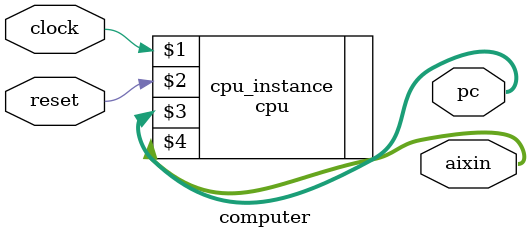
<source format=v>
module computer(clock, reset, pc, aixin);
	input clock, reset;
	output[31:0] pc;
	output[31:0] aixin;
	
	cpu cpu_instance(clock, reset, pc, aixin);
endmodule 
</source>
